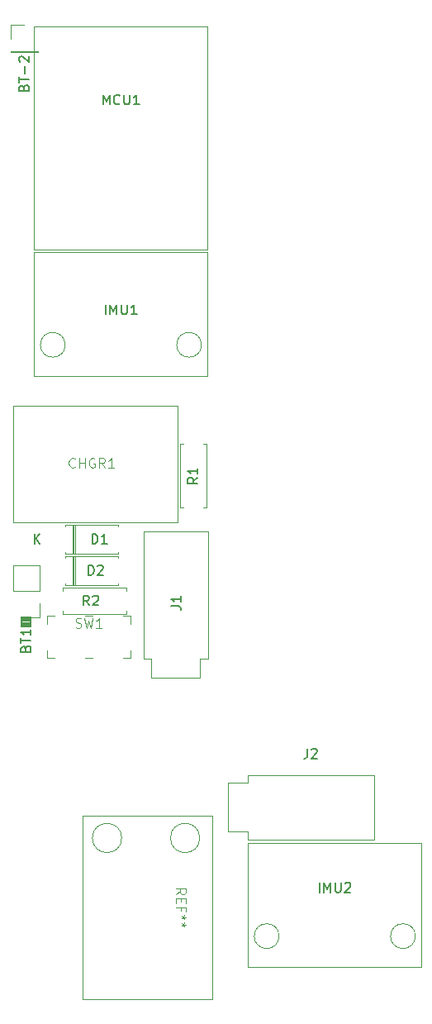
<source format=gto>
G04 #@! TF.GenerationSoftware,KiCad,Pcbnew,9.0.2*
G04 #@! TF.CreationDate,2025-07-09T03:35:45-04:00*
G04 #@! TF.ProjectId,FBT,4642542e-6b69-4636-9164-5f7063625858,rev?*
G04 #@! TF.SameCoordinates,Original*
G04 #@! TF.FileFunction,Legend,Top*
G04 #@! TF.FilePolarity,Positive*
%FSLAX46Y46*%
G04 Gerber Fmt 4.6, Leading zero omitted, Abs format (unit mm)*
G04 Created by KiCad (PCBNEW 9.0.2) date 2025-07-09 03:35:45*
%MOMM*%
%LPD*%
G01*
G04 APERTURE LIST*
%ADD10C,0.125000*%
%ADD11C,0.100000*%
%ADD12C,0.150000*%
%ADD13C,0.120000*%
G04 APERTURE END LIST*
D10*
X97791759Y-92375880D02*
X97744140Y-92423500D01*
X97744140Y-92423500D02*
X97601283Y-92471119D01*
X97601283Y-92471119D02*
X97506045Y-92471119D01*
X97506045Y-92471119D02*
X97363188Y-92423500D01*
X97363188Y-92423500D02*
X97267950Y-92328261D01*
X97267950Y-92328261D02*
X97220331Y-92233023D01*
X97220331Y-92233023D02*
X97172712Y-92042547D01*
X97172712Y-92042547D02*
X97172712Y-91899690D01*
X97172712Y-91899690D02*
X97220331Y-91709214D01*
X97220331Y-91709214D02*
X97267950Y-91613976D01*
X97267950Y-91613976D02*
X97363188Y-91518738D01*
X97363188Y-91518738D02*
X97506045Y-91471119D01*
X97506045Y-91471119D02*
X97601283Y-91471119D01*
X97601283Y-91471119D02*
X97744140Y-91518738D01*
X97744140Y-91518738D02*
X97791759Y-91566357D01*
X98220331Y-92471119D02*
X98220331Y-91471119D01*
X98220331Y-91947309D02*
X98791759Y-91947309D01*
X98791759Y-92471119D02*
X98791759Y-91471119D01*
X99791759Y-91518738D02*
X99696521Y-91471119D01*
X99696521Y-91471119D02*
X99553664Y-91471119D01*
X99553664Y-91471119D02*
X99410807Y-91518738D01*
X99410807Y-91518738D02*
X99315569Y-91613976D01*
X99315569Y-91613976D02*
X99267950Y-91709214D01*
X99267950Y-91709214D02*
X99220331Y-91899690D01*
X99220331Y-91899690D02*
X99220331Y-92042547D01*
X99220331Y-92042547D02*
X99267950Y-92233023D01*
X99267950Y-92233023D02*
X99315569Y-92328261D01*
X99315569Y-92328261D02*
X99410807Y-92423500D01*
X99410807Y-92423500D02*
X99553664Y-92471119D01*
X99553664Y-92471119D02*
X99648902Y-92471119D01*
X99648902Y-92471119D02*
X99791759Y-92423500D01*
X99791759Y-92423500D02*
X99839378Y-92375880D01*
X99839378Y-92375880D02*
X99839378Y-92042547D01*
X99839378Y-92042547D02*
X99648902Y-92042547D01*
X100839378Y-92471119D02*
X100506045Y-91994928D01*
X100267950Y-92471119D02*
X100267950Y-91471119D01*
X100267950Y-91471119D02*
X100648902Y-91471119D01*
X100648902Y-91471119D02*
X100744140Y-91518738D01*
X100744140Y-91518738D02*
X100791759Y-91566357D01*
X100791759Y-91566357D02*
X100839378Y-91661595D01*
X100839378Y-91661595D02*
X100839378Y-91804452D01*
X100839378Y-91804452D02*
X100791759Y-91899690D01*
X100791759Y-91899690D02*
X100744140Y-91947309D01*
X100744140Y-91947309D02*
X100648902Y-91994928D01*
X100648902Y-91994928D02*
X100267950Y-91994928D01*
X101791759Y-92471119D02*
X101220331Y-92471119D01*
X101506045Y-92471119D02*
X101506045Y-91471119D01*
X101506045Y-91471119D02*
X101410807Y-91613976D01*
X101410807Y-91613976D02*
X101315569Y-91709214D01*
X101315569Y-91709214D02*
X101220331Y-91756833D01*
D11*
G36*
X93323094Y-108829724D02*
G01*
X92246579Y-108829724D01*
X92246579Y-108272332D01*
X92357690Y-108272332D01*
X92357690Y-108310600D01*
X92384750Y-108337660D01*
X92403884Y-108341466D01*
X92734836Y-108341466D01*
X92734836Y-108672419D01*
X92738642Y-108691553D01*
X92765702Y-108718613D01*
X92803970Y-108718613D01*
X92831030Y-108691553D01*
X92834836Y-108672419D01*
X92834836Y-108341466D01*
X93165789Y-108341466D01*
X93184923Y-108337660D01*
X93211983Y-108310600D01*
X93211983Y-108272332D01*
X93184923Y-108245272D01*
X93165789Y-108241466D01*
X92834836Y-108241466D01*
X92834836Y-107910514D01*
X92831030Y-107891380D01*
X92803970Y-107864320D01*
X92765702Y-107864320D01*
X92738642Y-107891380D01*
X92734836Y-107910514D01*
X92734836Y-108241466D01*
X92403884Y-108241466D01*
X92384750Y-108245272D01*
X92357690Y-108272332D01*
X92246579Y-108272332D01*
X92246579Y-107753209D01*
X93323094Y-107753209D01*
X93323094Y-108829724D01*
G37*
D12*
X92531009Y-53504761D02*
X92578628Y-53361904D01*
X92578628Y-53361904D02*
X92626247Y-53314285D01*
X92626247Y-53314285D02*
X92721485Y-53266666D01*
X92721485Y-53266666D02*
X92864342Y-53266666D01*
X92864342Y-53266666D02*
X92959580Y-53314285D01*
X92959580Y-53314285D02*
X93007200Y-53361904D01*
X93007200Y-53361904D02*
X93054819Y-53457142D01*
X93054819Y-53457142D02*
X93054819Y-53838094D01*
X93054819Y-53838094D02*
X92054819Y-53838094D01*
X92054819Y-53838094D02*
X92054819Y-53504761D01*
X92054819Y-53504761D02*
X92102438Y-53409523D01*
X92102438Y-53409523D02*
X92150057Y-53361904D01*
X92150057Y-53361904D02*
X92245295Y-53314285D01*
X92245295Y-53314285D02*
X92340533Y-53314285D01*
X92340533Y-53314285D02*
X92435771Y-53361904D01*
X92435771Y-53361904D02*
X92483390Y-53409523D01*
X92483390Y-53409523D02*
X92531009Y-53504761D01*
X92531009Y-53504761D02*
X92531009Y-53838094D01*
X92054819Y-52980951D02*
X92054819Y-52409523D01*
X93054819Y-52695237D02*
X92054819Y-52695237D01*
X92673866Y-52076189D02*
X92673866Y-51314285D01*
X92150057Y-50885713D02*
X92102438Y-50838094D01*
X92102438Y-50838094D02*
X92054819Y-50742856D01*
X92054819Y-50742856D02*
X92054819Y-50504761D01*
X92054819Y-50504761D02*
X92102438Y-50409523D01*
X92102438Y-50409523D02*
X92150057Y-50361904D01*
X92150057Y-50361904D02*
X92245295Y-50314285D01*
X92245295Y-50314285D02*
X92340533Y-50314285D01*
X92340533Y-50314285D02*
X92483390Y-50361904D01*
X92483390Y-50361904D02*
X93054819Y-50933332D01*
X93054819Y-50933332D02*
X93054819Y-50314285D01*
D11*
X97866667Y-108809800D02*
X98009524Y-108857419D01*
X98009524Y-108857419D02*
X98247619Y-108857419D01*
X98247619Y-108857419D02*
X98342857Y-108809800D01*
X98342857Y-108809800D02*
X98390476Y-108762180D01*
X98390476Y-108762180D02*
X98438095Y-108666942D01*
X98438095Y-108666942D02*
X98438095Y-108571704D01*
X98438095Y-108571704D02*
X98390476Y-108476466D01*
X98390476Y-108476466D02*
X98342857Y-108428847D01*
X98342857Y-108428847D02*
X98247619Y-108381228D01*
X98247619Y-108381228D02*
X98057143Y-108333609D01*
X98057143Y-108333609D02*
X97961905Y-108285990D01*
X97961905Y-108285990D02*
X97914286Y-108238371D01*
X97914286Y-108238371D02*
X97866667Y-108143133D01*
X97866667Y-108143133D02*
X97866667Y-108047895D01*
X97866667Y-108047895D02*
X97914286Y-107952657D01*
X97914286Y-107952657D02*
X97961905Y-107905038D01*
X97961905Y-107905038D02*
X98057143Y-107857419D01*
X98057143Y-107857419D02*
X98295238Y-107857419D01*
X98295238Y-107857419D02*
X98438095Y-107905038D01*
X98771429Y-107857419D02*
X99009524Y-108857419D01*
X99009524Y-108857419D02*
X99200000Y-108143133D01*
X99200000Y-108143133D02*
X99390476Y-108857419D01*
X99390476Y-108857419D02*
X99628572Y-107857419D01*
X100533333Y-108857419D02*
X99961905Y-108857419D01*
X100247619Y-108857419D02*
X100247619Y-107857419D01*
X100247619Y-107857419D02*
X100152381Y-108000276D01*
X100152381Y-108000276D02*
X100057143Y-108095514D01*
X100057143Y-108095514D02*
X99961905Y-108143133D01*
D12*
X100928572Y-76754819D02*
X100928572Y-75754819D01*
X101404762Y-76754819D02*
X101404762Y-75754819D01*
X101404762Y-75754819D02*
X101738095Y-76469104D01*
X101738095Y-76469104D02*
X102071428Y-75754819D01*
X102071428Y-75754819D02*
X102071428Y-76754819D01*
X102547619Y-75754819D02*
X102547619Y-76564342D01*
X102547619Y-76564342D02*
X102595238Y-76659580D01*
X102595238Y-76659580D02*
X102642857Y-76707200D01*
X102642857Y-76707200D02*
X102738095Y-76754819D01*
X102738095Y-76754819D02*
X102928571Y-76754819D01*
X102928571Y-76754819D02*
X103023809Y-76707200D01*
X103023809Y-76707200D02*
X103071428Y-76659580D01*
X103071428Y-76659580D02*
X103119047Y-76564342D01*
X103119047Y-76564342D02*
X103119047Y-75754819D01*
X104119047Y-76754819D02*
X103547619Y-76754819D01*
X103833333Y-76754819D02*
X103833333Y-75754819D01*
X103833333Y-75754819D02*
X103738095Y-75897676D01*
X103738095Y-75897676D02*
X103642857Y-75992914D01*
X103642857Y-75992914D02*
X103547619Y-76040533D01*
X107654819Y-106633333D02*
X108369104Y-106633333D01*
X108369104Y-106633333D02*
X108511961Y-106680952D01*
X108511961Y-106680952D02*
X108607200Y-106776190D01*
X108607200Y-106776190D02*
X108654819Y-106919047D01*
X108654819Y-106919047D02*
X108654819Y-107014285D01*
X108654819Y-105633333D02*
X108654819Y-106204761D01*
X108654819Y-105919047D02*
X107654819Y-105919047D01*
X107654819Y-105919047D02*
X107797676Y-106014285D01*
X107797676Y-106014285D02*
X107892914Y-106109523D01*
X107892914Y-106109523D02*
X107940533Y-106204761D01*
X99161905Y-103454819D02*
X99161905Y-102454819D01*
X99161905Y-102454819D02*
X99400000Y-102454819D01*
X99400000Y-102454819D02*
X99542857Y-102502438D01*
X99542857Y-102502438D02*
X99638095Y-102597676D01*
X99638095Y-102597676D02*
X99685714Y-102692914D01*
X99685714Y-102692914D02*
X99733333Y-102883390D01*
X99733333Y-102883390D02*
X99733333Y-103026247D01*
X99733333Y-103026247D02*
X99685714Y-103216723D01*
X99685714Y-103216723D02*
X99638095Y-103311961D01*
X99638095Y-103311961D02*
X99542857Y-103407200D01*
X99542857Y-103407200D02*
X99400000Y-103454819D01*
X99400000Y-103454819D02*
X99161905Y-103454819D01*
X100114286Y-102550057D02*
X100161905Y-102502438D01*
X100161905Y-102502438D02*
X100257143Y-102454819D01*
X100257143Y-102454819D02*
X100495238Y-102454819D01*
X100495238Y-102454819D02*
X100590476Y-102502438D01*
X100590476Y-102502438D02*
X100638095Y-102550057D01*
X100638095Y-102550057D02*
X100685714Y-102645295D01*
X100685714Y-102645295D02*
X100685714Y-102740533D01*
X100685714Y-102740533D02*
X100638095Y-102883390D01*
X100638095Y-102883390D02*
X100066667Y-103454819D01*
X100066667Y-103454819D02*
X100685714Y-103454819D01*
X99233333Y-106554819D02*
X98900000Y-106078628D01*
X98661905Y-106554819D02*
X98661905Y-105554819D01*
X98661905Y-105554819D02*
X99042857Y-105554819D01*
X99042857Y-105554819D02*
X99138095Y-105602438D01*
X99138095Y-105602438D02*
X99185714Y-105650057D01*
X99185714Y-105650057D02*
X99233333Y-105745295D01*
X99233333Y-105745295D02*
X99233333Y-105888152D01*
X99233333Y-105888152D02*
X99185714Y-105983390D01*
X99185714Y-105983390D02*
X99138095Y-106031009D01*
X99138095Y-106031009D02*
X99042857Y-106078628D01*
X99042857Y-106078628D02*
X98661905Y-106078628D01*
X99614286Y-105650057D02*
X99661905Y-105602438D01*
X99661905Y-105602438D02*
X99757143Y-105554819D01*
X99757143Y-105554819D02*
X99995238Y-105554819D01*
X99995238Y-105554819D02*
X100090476Y-105602438D01*
X100090476Y-105602438D02*
X100138095Y-105650057D01*
X100138095Y-105650057D02*
X100185714Y-105745295D01*
X100185714Y-105745295D02*
X100185714Y-105840533D01*
X100185714Y-105840533D02*
X100138095Y-105983390D01*
X100138095Y-105983390D02*
X99566667Y-106554819D01*
X99566667Y-106554819D02*
X100185714Y-106554819D01*
X122849584Y-135955333D02*
X122849584Y-134955333D01*
X123325774Y-135955333D02*
X123325774Y-134955333D01*
X123325774Y-134955333D02*
X123659107Y-135669618D01*
X123659107Y-135669618D02*
X123992440Y-134955333D01*
X123992440Y-134955333D02*
X123992440Y-135955333D01*
X124468631Y-134955333D02*
X124468631Y-135764856D01*
X124468631Y-135764856D02*
X124516250Y-135860094D01*
X124516250Y-135860094D02*
X124563869Y-135907714D01*
X124563869Y-135907714D02*
X124659107Y-135955333D01*
X124659107Y-135955333D02*
X124849583Y-135955333D01*
X124849583Y-135955333D02*
X124944821Y-135907714D01*
X124944821Y-135907714D02*
X124992440Y-135860094D01*
X124992440Y-135860094D02*
X125040059Y-135764856D01*
X125040059Y-135764856D02*
X125040059Y-134955333D01*
X125468631Y-135050571D02*
X125516250Y-135002952D01*
X125516250Y-135002952D02*
X125611488Y-134955333D01*
X125611488Y-134955333D02*
X125849583Y-134955333D01*
X125849583Y-134955333D02*
X125944821Y-135002952D01*
X125944821Y-135002952D02*
X125992440Y-135050571D01*
X125992440Y-135050571D02*
X126040059Y-135145809D01*
X126040059Y-135145809D02*
X126040059Y-135241047D01*
X126040059Y-135241047D02*
X125992440Y-135383904D01*
X125992440Y-135383904D02*
X125421012Y-135955333D01*
X125421012Y-135955333D02*
X126040059Y-135955333D01*
X92731009Y-110985714D02*
X92778628Y-110842857D01*
X92778628Y-110842857D02*
X92826247Y-110795238D01*
X92826247Y-110795238D02*
X92921485Y-110747619D01*
X92921485Y-110747619D02*
X93064342Y-110747619D01*
X93064342Y-110747619D02*
X93159580Y-110795238D01*
X93159580Y-110795238D02*
X93207200Y-110842857D01*
X93207200Y-110842857D02*
X93254819Y-110938095D01*
X93254819Y-110938095D02*
X93254819Y-111319047D01*
X93254819Y-111319047D02*
X92254819Y-111319047D01*
X92254819Y-111319047D02*
X92254819Y-110985714D01*
X92254819Y-110985714D02*
X92302438Y-110890476D01*
X92302438Y-110890476D02*
X92350057Y-110842857D01*
X92350057Y-110842857D02*
X92445295Y-110795238D01*
X92445295Y-110795238D02*
X92540533Y-110795238D01*
X92540533Y-110795238D02*
X92635771Y-110842857D01*
X92635771Y-110842857D02*
X92683390Y-110890476D01*
X92683390Y-110890476D02*
X92731009Y-110985714D01*
X92731009Y-110985714D02*
X92731009Y-111319047D01*
X92254819Y-110461904D02*
X92254819Y-109890476D01*
X93254819Y-110176190D02*
X92254819Y-110176190D01*
X93254819Y-109033333D02*
X93254819Y-109604761D01*
X93254819Y-109319047D02*
X92254819Y-109319047D01*
X92254819Y-109319047D02*
X92397676Y-109414285D01*
X92397676Y-109414285D02*
X92492914Y-109509523D01*
X92492914Y-109509523D02*
X92540533Y-109604761D01*
X99561905Y-100254819D02*
X99561905Y-99254819D01*
X99561905Y-99254819D02*
X99800000Y-99254819D01*
X99800000Y-99254819D02*
X99942857Y-99302438D01*
X99942857Y-99302438D02*
X100038095Y-99397676D01*
X100038095Y-99397676D02*
X100085714Y-99492914D01*
X100085714Y-99492914D02*
X100133333Y-99683390D01*
X100133333Y-99683390D02*
X100133333Y-99826247D01*
X100133333Y-99826247D02*
X100085714Y-100016723D01*
X100085714Y-100016723D02*
X100038095Y-100111961D01*
X100038095Y-100111961D02*
X99942857Y-100207200D01*
X99942857Y-100207200D02*
X99800000Y-100254819D01*
X99800000Y-100254819D02*
X99561905Y-100254819D01*
X101085714Y-100254819D02*
X100514286Y-100254819D01*
X100800000Y-100254819D02*
X100800000Y-99254819D01*
X100800000Y-99254819D02*
X100704762Y-99397676D01*
X100704762Y-99397676D02*
X100609524Y-99492914D01*
X100609524Y-99492914D02*
X100514286Y-99540533D01*
X93638095Y-100254819D02*
X93638095Y-99254819D01*
X94209523Y-100254819D02*
X93780952Y-99683390D01*
X94209523Y-99254819D02*
X93638095Y-99826247D01*
X121607267Y-121235231D02*
X121607267Y-121949516D01*
X121607267Y-121949516D02*
X121559648Y-122092373D01*
X121559648Y-122092373D02*
X121464410Y-122187612D01*
X121464410Y-122187612D02*
X121321553Y-122235231D01*
X121321553Y-122235231D02*
X121226315Y-122235231D01*
X122035839Y-121330469D02*
X122083458Y-121282850D01*
X122083458Y-121282850D02*
X122178696Y-121235231D01*
X122178696Y-121235231D02*
X122416791Y-121235231D01*
X122416791Y-121235231D02*
X122512029Y-121282850D01*
X122512029Y-121282850D02*
X122559648Y-121330469D01*
X122559648Y-121330469D02*
X122607267Y-121425707D01*
X122607267Y-121425707D02*
X122607267Y-121520945D01*
X122607267Y-121520945D02*
X122559648Y-121663802D01*
X122559648Y-121663802D02*
X121988220Y-122235231D01*
X121988220Y-122235231D02*
X122607267Y-122235231D01*
X110354819Y-93466666D02*
X109878628Y-93799999D01*
X110354819Y-94038094D02*
X109354819Y-94038094D01*
X109354819Y-94038094D02*
X109354819Y-93657142D01*
X109354819Y-93657142D02*
X109402438Y-93561904D01*
X109402438Y-93561904D02*
X109450057Y-93514285D01*
X109450057Y-93514285D02*
X109545295Y-93466666D01*
X109545295Y-93466666D02*
X109688152Y-93466666D01*
X109688152Y-93466666D02*
X109783390Y-93514285D01*
X109783390Y-93514285D02*
X109831009Y-93561904D01*
X109831009Y-93561904D02*
X109878628Y-93657142D01*
X109878628Y-93657142D02*
X109878628Y-94038094D01*
X110354819Y-92514285D02*
X110354819Y-93085713D01*
X110354819Y-92799999D02*
X109354819Y-92799999D01*
X109354819Y-92799999D02*
X109497676Y-92895237D01*
X109497676Y-92895237D02*
X109592914Y-92990475D01*
X109592914Y-92990475D02*
X109640533Y-93085713D01*
D11*
X108118580Y-136166666D02*
X108594771Y-135833333D01*
X108118580Y-135595238D02*
X109118580Y-135595238D01*
X109118580Y-135595238D02*
X109118580Y-135976190D01*
X109118580Y-135976190D02*
X109070961Y-136071428D01*
X109070961Y-136071428D02*
X109023342Y-136119047D01*
X109023342Y-136119047D02*
X108928104Y-136166666D01*
X108928104Y-136166666D02*
X108785247Y-136166666D01*
X108785247Y-136166666D02*
X108690009Y-136119047D01*
X108690009Y-136119047D02*
X108642390Y-136071428D01*
X108642390Y-136071428D02*
X108594771Y-135976190D01*
X108594771Y-135976190D02*
X108594771Y-135595238D01*
X108642390Y-136595238D02*
X108642390Y-136928571D01*
X108118580Y-137071428D02*
X108118580Y-136595238D01*
X108118580Y-136595238D02*
X109118580Y-136595238D01*
X109118580Y-136595238D02*
X109118580Y-137071428D01*
X108642390Y-137833333D02*
X108642390Y-137500000D01*
X108118580Y-137500000D02*
X109118580Y-137500000D01*
X109118580Y-137500000D02*
X109118580Y-137976190D01*
X109118580Y-138500000D02*
X108880485Y-138500000D01*
X108975723Y-138261905D02*
X108880485Y-138500000D01*
X108880485Y-138500000D02*
X108975723Y-138738095D01*
X108690009Y-138357143D02*
X108880485Y-138500000D01*
X108880485Y-138500000D02*
X108690009Y-138642857D01*
X109118580Y-139261905D02*
X108880485Y-139261905D01*
X108975723Y-139023810D02*
X108880485Y-139261905D01*
X108880485Y-139261905D02*
X108975723Y-139500000D01*
X108690009Y-139119048D02*
X108880485Y-139261905D01*
X108880485Y-139261905D02*
X108690009Y-139404762D01*
D12*
X100666667Y-55254819D02*
X100666667Y-54254819D01*
X100666667Y-54254819D02*
X101000000Y-54969104D01*
X101000000Y-54969104D02*
X101333333Y-54254819D01*
X101333333Y-54254819D02*
X101333333Y-55254819D01*
X102380952Y-55159580D02*
X102333333Y-55207200D01*
X102333333Y-55207200D02*
X102190476Y-55254819D01*
X102190476Y-55254819D02*
X102095238Y-55254819D01*
X102095238Y-55254819D02*
X101952381Y-55207200D01*
X101952381Y-55207200D02*
X101857143Y-55111961D01*
X101857143Y-55111961D02*
X101809524Y-55016723D01*
X101809524Y-55016723D02*
X101761905Y-54826247D01*
X101761905Y-54826247D02*
X101761905Y-54683390D01*
X101761905Y-54683390D02*
X101809524Y-54492914D01*
X101809524Y-54492914D02*
X101857143Y-54397676D01*
X101857143Y-54397676D02*
X101952381Y-54302438D01*
X101952381Y-54302438D02*
X102095238Y-54254819D01*
X102095238Y-54254819D02*
X102190476Y-54254819D01*
X102190476Y-54254819D02*
X102333333Y-54302438D01*
X102333333Y-54302438D02*
X102380952Y-54350057D01*
X102809524Y-54254819D02*
X102809524Y-55064342D01*
X102809524Y-55064342D02*
X102857143Y-55159580D01*
X102857143Y-55159580D02*
X102904762Y-55207200D01*
X102904762Y-55207200D02*
X103000000Y-55254819D01*
X103000000Y-55254819D02*
X103190476Y-55254819D01*
X103190476Y-55254819D02*
X103285714Y-55207200D01*
X103285714Y-55207200D02*
X103333333Y-55159580D01*
X103333333Y-55159580D02*
X103380952Y-55064342D01*
X103380952Y-55064342D02*
X103380952Y-54254819D01*
X104380952Y-55254819D02*
X103809524Y-55254819D01*
X104095238Y-55254819D02*
X104095238Y-54254819D01*
X104095238Y-54254819D02*
X104000000Y-54397676D01*
X104000000Y-54397676D02*
X103904762Y-54492914D01*
X103904762Y-54492914D02*
X103809524Y-54540533D01*
D13*
X91220000Y-47120000D02*
X92600000Y-47120000D01*
X91220000Y-48500000D02*
X91220000Y-47120000D01*
X91220000Y-49770000D02*
X91220000Y-49880000D01*
X91220000Y-49770000D02*
X93980000Y-49770000D01*
X91220000Y-49880000D02*
X93980000Y-49880000D01*
X93980000Y-49770000D02*
X93980000Y-49880000D01*
D11*
X94900000Y-107650000D02*
X94900000Y-108450000D01*
X94900000Y-107650000D02*
X95700000Y-107650000D01*
X94900000Y-111950000D02*
X94900000Y-111150000D01*
X94900000Y-111950000D02*
X95700000Y-111950000D01*
X98800000Y-107650000D02*
X99600000Y-107650000D01*
X99600000Y-111950000D02*
X98800000Y-111950000D01*
X103500000Y-107650000D02*
X102700000Y-107650000D01*
X103500000Y-107650000D02*
X103500000Y-108450000D01*
X103500000Y-111950000D02*
X102700000Y-111950000D01*
X103500000Y-111950000D02*
X103500000Y-111150000D01*
D13*
X111390000Y-70350000D02*
X93610000Y-70350000D01*
X93610000Y-83050000D01*
X111390000Y-83050000D01*
X111390000Y-70350000D01*
X96785000Y-79875000D02*
G75*
G02*
X94245000Y-79875000I-1270000J0D01*
G01*
X94245000Y-79875000D02*
G75*
G02*
X96785000Y-79875000I1270000J0D01*
G01*
X110755000Y-79875000D02*
G75*
G02*
X108215000Y-79875000I-1270000J0D01*
G01*
X108215000Y-79875000D02*
G75*
G02*
X110755000Y-79875000I1270000J0D01*
G01*
X104800000Y-99005000D02*
X111400000Y-99005000D01*
X104800000Y-112005000D02*
X104800000Y-99005000D01*
X105600000Y-112005000D02*
X104800000Y-112005000D01*
X105600000Y-114005000D02*
X105600000Y-112005000D01*
X105900000Y-114005000D02*
X105600000Y-114005000D01*
X105900000Y-114005000D02*
X110600000Y-114005000D01*
X110600000Y-112005000D02*
X111400000Y-112005000D01*
X110600000Y-114005000D02*
X110600000Y-112005000D01*
X111400000Y-112005000D02*
X111400000Y-99005000D01*
X96770000Y-101530000D02*
X102210000Y-101530000D01*
X96770000Y-101660000D02*
X96770000Y-101530000D01*
X96770000Y-104340000D02*
X96770000Y-104470000D01*
X96770000Y-104470000D02*
X102210000Y-104470000D01*
X97550000Y-101530000D02*
X97550000Y-104470000D01*
X97670000Y-101530000D02*
X97670000Y-104470000D01*
X97790000Y-101530000D02*
X97790000Y-104470000D01*
X102210000Y-101530000D02*
X102210000Y-101660000D01*
X102210000Y-104470000D02*
X102210000Y-104340000D01*
X96520000Y-104730000D02*
X96520000Y-105060000D01*
X96520000Y-107470000D02*
X96520000Y-107140000D01*
X103060000Y-104730000D02*
X96520000Y-104730000D01*
X103060000Y-105060000D02*
X103060000Y-104730000D01*
X103060000Y-107140000D02*
X103060000Y-107470000D01*
X103060000Y-107470000D02*
X96520000Y-107470000D01*
X133311012Y-130920514D02*
X115531012Y-130920514D01*
X115531012Y-143620514D01*
X133311012Y-143620514D01*
X133311012Y-130920514D01*
X118706012Y-140445514D02*
G75*
G02*
X116166012Y-140445514I-1270000J0D01*
G01*
X116166012Y-140445514D02*
G75*
G02*
X118706012Y-140445514I1270000J0D01*
G01*
X132676012Y-140445514D02*
G75*
G02*
X130136012Y-140445514I-1270000J0D01*
G01*
X130136012Y-140445514D02*
G75*
G02*
X132676012Y-140445514I1270000J0D01*
G01*
D11*
X91500000Y-86100000D02*
X108300000Y-86100000D01*
X108300000Y-98100000D01*
X91500000Y-98100000D01*
X91500000Y-86100000D01*
D13*
X91420000Y-105105000D02*
X91420000Y-102455000D01*
X94180000Y-102455000D02*
X91420000Y-102455000D01*
X94180000Y-105105000D02*
X91420000Y-105105000D01*
X94180000Y-105105000D02*
X94180000Y-102455000D01*
X94180000Y-106375000D02*
X94180000Y-107755000D01*
X94180000Y-107755000D02*
X92800000Y-107755000D01*
X96770000Y-98330000D02*
X102210000Y-98330000D01*
X96770000Y-98460000D02*
X96770000Y-98330000D01*
X96770000Y-101140000D02*
X96770000Y-101270000D01*
X96770000Y-101270000D02*
X102210000Y-101270000D01*
X97550000Y-98330000D02*
X97550000Y-101270000D01*
X97670000Y-98330000D02*
X97670000Y-101270000D01*
X97790000Y-98330000D02*
X97790000Y-101270000D01*
X102210000Y-98330000D02*
X102210000Y-98460000D01*
X102210000Y-101270000D02*
X102210000Y-101140000D01*
X113495101Y-124749412D02*
X115495101Y-124749412D01*
X113495101Y-125049412D02*
X113495101Y-124749412D01*
X113495101Y-125049412D02*
X113495101Y-129749412D01*
X113495101Y-129749412D02*
X115495101Y-129749412D01*
X115495101Y-123949412D02*
X128495101Y-123949412D01*
X115495101Y-124749412D02*
X115495101Y-123949412D01*
X115495101Y-129749412D02*
X115495101Y-130549412D01*
X115495101Y-130549412D02*
X128495101Y-130549412D01*
X128495101Y-123949412D02*
X128495101Y-130549412D01*
X108530000Y-90030000D02*
X108860000Y-90030000D01*
X108530000Y-96570000D02*
X108530000Y-90030000D01*
X108860000Y-96570000D02*
X108530000Y-96570000D01*
X110940000Y-96570000D02*
X111270000Y-96570000D01*
X111270000Y-90030000D02*
X110940000Y-90030000D01*
X111270000Y-96570000D02*
X111270000Y-90030000D01*
X111824000Y-146894000D02*
X98576000Y-146894000D01*
X98576000Y-128106000D01*
X111824000Y-128106000D01*
X111824000Y-146894000D01*
D11*
X102576000Y-130394000D02*
G75*
G02*
X99576000Y-130394000I-1500000J0D01*
G01*
X99576000Y-130394000D02*
G75*
G02*
X102576000Y-130394000I1500000J0D01*
G01*
X110576000Y-130394000D02*
G75*
G02*
X107576000Y-130394000I-1500000J0D01*
G01*
X107576000Y-130394000D02*
G75*
G02*
X110576000Y-130394000I1500000J0D01*
G01*
D13*
X93610000Y-47240000D02*
X111390000Y-47240000D01*
X111390000Y-70100000D01*
X93610000Y-70100000D01*
X93610000Y-47240000D01*
M02*

</source>
